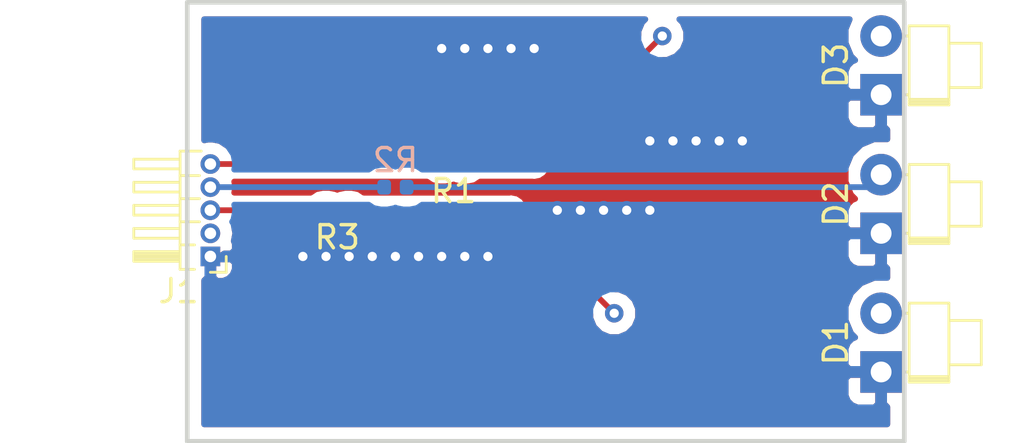
<source format=kicad_pcb>
(kicad_pcb (version 20171130) (host pcbnew 5.0.2+dfsg1-1)

  (general
    (thickness 1.6)
    (drawings 4)
    (tracks 63)
    (zones 0)
    (modules 7)
    (nets 9)
  )

  (page A4)
  (layers
    (0 F.Cu signal)
    (1 In1.Cu signal)
    (2 In2.Cu signal)
    (31 B.Cu signal)
    (32 B.Adhes user)
    (33 F.Adhes user)
    (34 B.Paste user)
    (35 F.Paste user)
    (36 B.SilkS user)
    (37 F.SilkS user)
    (38 B.Mask user)
    (39 F.Mask user)
    (40 Dwgs.User user)
    (41 Cmts.User user)
    (42 Eco1.User user)
    (43 Eco2.User user)
    (44 Edge.Cuts user)
    (45 Margin user)
    (46 B.CrtYd user)
    (47 F.CrtYd user)
    (48 B.Fab user)
    (49 F.Fab user)
  )

  (setup
    (last_trace_width 0.25)
    (trace_clearance 0.2)
    (zone_clearance 0.508)
    (zone_45_only no)
    (trace_min 0.2)
    (segment_width 0.2)
    (edge_width 0.15)
    (via_size 0.8)
    (via_drill 0.4)
    (via_min_size 0.4)
    (via_min_drill 0.3)
    (uvia_size 0.3)
    (uvia_drill 0.1)
    (uvias_allowed no)
    (uvia_min_size 0.2)
    (uvia_min_drill 0.1)
    (pcb_text_width 0.3)
    (pcb_text_size 1.5 1.5)
    (mod_edge_width 0.15)
    (mod_text_size 1 1)
    (mod_text_width 0.15)
    (pad_size 1.524 1.524)
    (pad_drill 0.762)
    (pad_to_mask_clearance 0.051)
    (solder_mask_min_width 0.25)
    (aux_axis_origin 0 0)
    (visible_elements FFFFFF7F)
    (pcbplotparams
      (layerselection 0x010fc_ffffffff)
      (usegerberextensions false)
      (usegerberattributes false)
      (usegerberadvancedattributes false)
      (creategerberjobfile false)
      (excludeedgelayer true)
      (linewidth 0.100000)
      (plotframeref false)
      (viasonmask false)
      (mode 1)
      (useauxorigin false)
      (hpglpennumber 1)
      (hpglpenspeed 20)
      (hpglpendiameter 15.000000)
      (psnegative false)
      (psa4output false)
      (plotreference true)
      (plotvalue true)
      (plotinvisibletext false)
      (padsonsilk false)
      (subtractmaskfromsilk false)
      (outputformat 1)
      (mirror false)
      (drillshape 1)
      (scaleselection 1)
      (outputdirectory ""))
  )

  (net 0 "")
  (net 1 Earth)
  (net 2 "Net-(D1-Pad2)")
  (net 3 "Net-(D2-Pad2)")
  (net 4 "Net-(D3-Pad2)")
  (net 5 "Net-(J1-Pad2)")
  (net 6 "Net-(J1-Pad3)")
  (net 7 "Net-(J1-Pad4)")
  (net 8 "Net-(J1-Pad5)")

  (net_class Default "This is the default net class."
    (clearance 0.2)
    (trace_width 0.25)
    (via_dia 0.8)
    (via_drill 0.4)
    (uvia_dia 0.3)
    (uvia_drill 0.1)
    (add_net Earth)
    (add_net "Net-(D1-Pad2)")
    (add_net "Net-(D2-Pad2)")
    (add_net "Net-(D3-Pad2)")
    (add_net "Net-(J1-Pad2)")
    (add_net "Net-(J1-Pad3)")
    (add_net "Net-(J1-Pad4)")
    (add_net "Net-(J1-Pad5)")
  )

  (module LED_THT:LED_D1.8mm_W1.8mm_H2.4mm_Horizontal_O1.27mm_Z1.6mm (layer F.Cu) (tedit 5880A863) (tstamp 5C549307)
    (at 200 86 90)
    (descr "LED, ,  diameter 1.8mm size 1.8x2.4mm^2 z-position of LED center 1.6mm, 2 pins")
    (tags "LED   diameter 1.8mm size 1.8x2.4mm^2 z-position of LED center 1.6mm 2 pins")
    (path /5C485395)
    (fp_text reference D1 (at 1.27 -1.96 90) (layer F.SilkS)
      (effects (font (size 1 1) (thickness 0.15)))
    )
    (fp_text value LED (at 1.27 5.33 90) (layer F.Fab)
      (effects (font (size 1 1) (thickness 0.15)))
    )
    (fp_line (start -0.38 1.27) (end -0.38 2.87) (layer F.Fab) (width 0.1))
    (fp_line (start -0.38 2.87) (end 2.92 2.87) (layer F.Fab) (width 0.1))
    (fp_line (start 2.92 2.87) (end 2.92 1.27) (layer F.Fab) (width 0.1))
    (fp_line (start 2.92 1.27) (end -0.38 1.27) (layer F.Fab) (width 0.1))
    (fp_line (start 0.37 2.87) (end 0.37 4.27) (layer F.Fab) (width 0.1))
    (fp_line (start 0.37 4.27) (end 2.17 4.27) (layer F.Fab) (width 0.1))
    (fp_line (start 2.17 4.27) (end 2.17 2.87) (layer F.Fab) (width 0.1))
    (fp_line (start 2.17 2.87) (end 0.37 2.87) (layer F.Fab) (width 0.1))
    (fp_line (start 0 0) (end 0 1.27) (layer F.Fab) (width 0.1))
    (fp_line (start 0 1.27) (end 0 1.27) (layer F.Fab) (width 0.1))
    (fp_line (start 0 1.27) (end 0 0) (layer F.Fab) (width 0.1))
    (fp_line (start 0 0) (end 0 0) (layer F.Fab) (width 0.1))
    (fp_line (start 2.54 0) (end 2.54 1.27) (layer F.Fab) (width 0.1))
    (fp_line (start 2.54 1.27) (end 2.54 1.27) (layer F.Fab) (width 0.1))
    (fp_line (start 2.54 1.27) (end 2.54 0) (layer F.Fab) (width 0.1))
    (fp_line (start 2.54 0) (end 2.54 0) (layer F.Fab) (width 0.1))
    (fp_line (start -0.44 1.21) (end -0.44 2.93) (layer F.SilkS) (width 0.12))
    (fp_line (start -0.44 2.93) (end 2.98 2.93) (layer F.SilkS) (width 0.12))
    (fp_line (start 2.98 2.93) (end 2.98 1.21) (layer F.SilkS) (width 0.12))
    (fp_line (start 2.98 1.21) (end -0.44 1.21) (layer F.SilkS) (width 0.12))
    (fp_line (start -0.32 1.21) (end -0.32 2.93) (layer F.SilkS) (width 0.12))
    (fp_line (start -0.2 1.21) (end -0.2 2.93) (layer F.SilkS) (width 0.12))
    (fp_line (start 0.31 2.93) (end 0.31 4.33) (layer F.SilkS) (width 0.12))
    (fp_line (start 0.31 4.33) (end 2.23 4.33) (layer F.SilkS) (width 0.12))
    (fp_line (start 2.23 4.33) (end 2.23 2.93) (layer F.SilkS) (width 0.12))
    (fp_line (start 2.23 2.93) (end 0.31 2.93) (layer F.SilkS) (width 0.12))
    (fp_line (start 0 1.08) (end 0 1.21) (layer F.SilkS) (width 0.12))
    (fp_line (start 0 1.21) (end 0 1.21) (layer F.SilkS) (width 0.12))
    (fp_line (start 0 1.21) (end 0 1.08) (layer F.SilkS) (width 0.12))
    (fp_line (start 0 1.08) (end 0 1.08) (layer F.SilkS) (width 0.12))
    (fp_line (start 2.54 1.08) (end 2.54 1.21) (layer F.SilkS) (width 0.12))
    (fp_line (start 2.54 1.21) (end 2.54 1.21) (layer F.SilkS) (width 0.12))
    (fp_line (start 2.54 1.21) (end 2.54 1.08) (layer F.SilkS) (width 0.12))
    (fp_line (start 2.54 1.08) (end 2.54 1.08) (layer F.SilkS) (width 0.12))
    (fp_line (start -1.25 -1.25) (end -1.25 4.6) (layer F.CrtYd) (width 0.05))
    (fp_line (start -1.25 4.6) (end 3.75 4.6) (layer F.CrtYd) (width 0.05))
    (fp_line (start 3.75 4.6) (end 3.75 -1.25) (layer F.CrtYd) (width 0.05))
    (fp_line (start 3.75 -1.25) (end -1.25 -1.25) (layer F.CrtYd) (width 0.05))
    (pad 1 thru_hole rect (at 0 0 90) (size 1.8 1.8) (drill 0.9) (layers *.Cu *.Mask)
      (net 1 Earth))
    (pad 2 thru_hole circle (at 2.54 0 90) (size 1.8 1.8) (drill 0.9) (layers *.Cu *.Mask)
      (net 2 "Net-(D1-Pad2)"))
    (model ${KISYS3DMOD}/LED_THT.3dshapes/LED_D1.8mm_W1.8mm_H2.4mm_Horizontal_O1.27mm_Z1.6mm.wrl
      (at (xyz 0 0 0))
      (scale (xyz 1 1 1))
      (rotate (xyz 0 0 0))
    )
  )

  (module LED_THT:LED_D1.8mm_W1.8mm_H2.4mm_Horizontal_O1.27mm_Z1.6mm (layer F.Cu) (tedit 5880A863) (tstamp 5C549333)
    (at 200 80 90)
    (descr "LED, ,  diameter 1.8mm size 1.8x2.4mm^2 z-position of LED center 1.6mm, 2 pins")
    (tags "LED   diameter 1.8mm size 1.8x2.4mm^2 z-position of LED center 1.6mm 2 pins")
    (path /5C485410)
    (fp_text reference D2 (at 1.27 -1.96 90) (layer F.SilkS)
      (effects (font (size 1 1) (thickness 0.15)))
    )
    (fp_text value LED (at 1.27 5.33 90) (layer F.Fab)
      (effects (font (size 1 1) (thickness 0.15)))
    )
    (fp_line (start 3.75 -1.25) (end -1.25 -1.25) (layer F.CrtYd) (width 0.05))
    (fp_line (start 3.75 4.6) (end 3.75 -1.25) (layer F.CrtYd) (width 0.05))
    (fp_line (start -1.25 4.6) (end 3.75 4.6) (layer F.CrtYd) (width 0.05))
    (fp_line (start -1.25 -1.25) (end -1.25 4.6) (layer F.CrtYd) (width 0.05))
    (fp_line (start 2.54 1.08) (end 2.54 1.08) (layer F.SilkS) (width 0.12))
    (fp_line (start 2.54 1.21) (end 2.54 1.08) (layer F.SilkS) (width 0.12))
    (fp_line (start 2.54 1.21) (end 2.54 1.21) (layer F.SilkS) (width 0.12))
    (fp_line (start 2.54 1.08) (end 2.54 1.21) (layer F.SilkS) (width 0.12))
    (fp_line (start 0 1.08) (end 0 1.08) (layer F.SilkS) (width 0.12))
    (fp_line (start 0 1.21) (end 0 1.08) (layer F.SilkS) (width 0.12))
    (fp_line (start 0 1.21) (end 0 1.21) (layer F.SilkS) (width 0.12))
    (fp_line (start 0 1.08) (end 0 1.21) (layer F.SilkS) (width 0.12))
    (fp_line (start 2.23 2.93) (end 0.31 2.93) (layer F.SilkS) (width 0.12))
    (fp_line (start 2.23 4.33) (end 2.23 2.93) (layer F.SilkS) (width 0.12))
    (fp_line (start 0.31 4.33) (end 2.23 4.33) (layer F.SilkS) (width 0.12))
    (fp_line (start 0.31 2.93) (end 0.31 4.33) (layer F.SilkS) (width 0.12))
    (fp_line (start -0.2 1.21) (end -0.2 2.93) (layer F.SilkS) (width 0.12))
    (fp_line (start -0.32 1.21) (end -0.32 2.93) (layer F.SilkS) (width 0.12))
    (fp_line (start 2.98 1.21) (end -0.44 1.21) (layer F.SilkS) (width 0.12))
    (fp_line (start 2.98 2.93) (end 2.98 1.21) (layer F.SilkS) (width 0.12))
    (fp_line (start -0.44 2.93) (end 2.98 2.93) (layer F.SilkS) (width 0.12))
    (fp_line (start -0.44 1.21) (end -0.44 2.93) (layer F.SilkS) (width 0.12))
    (fp_line (start 2.54 0) (end 2.54 0) (layer F.Fab) (width 0.1))
    (fp_line (start 2.54 1.27) (end 2.54 0) (layer F.Fab) (width 0.1))
    (fp_line (start 2.54 1.27) (end 2.54 1.27) (layer F.Fab) (width 0.1))
    (fp_line (start 2.54 0) (end 2.54 1.27) (layer F.Fab) (width 0.1))
    (fp_line (start 0 0) (end 0 0) (layer F.Fab) (width 0.1))
    (fp_line (start 0 1.27) (end 0 0) (layer F.Fab) (width 0.1))
    (fp_line (start 0 1.27) (end 0 1.27) (layer F.Fab) (width 0.1))
    (fp_line (start 0 0) (end 0 1.27) (layer F.Fab) (width 0.1))
    (fp_line (start 2.17 2.87) (end 0.37 2.87) (layer F.Fab) (width 0.1))
    (fp_line (start 2.17 4.27) (end 2.17 2.87) (layer F.Fab) (width 0.1))
    (fp_line (start 0.37 4.27) (end 2.17 4.27) (layer F.Fab) (width 0.1))
    (fp_line (start 0.37 2.87) (end 0.37 4.27) (layer F.Fab) (width 0.1))
    (fp_line (start 2.92 1.27) (end -0.38 1.27) (layer F.Fab) (width 0.1))
    (fp_line (start 2.92 2.87) (end 2.92 1.27) (layer F.Fab) (width 0.1))
    (fp_line (start -0.38 2.87) (end 2.92 2.87) (layer F.Fab) (width 0.1))
    (fp_line (start -0.38 1.27) (end -0.38 2.87) (layer F.Fab) (width 0.1))
    (pad 2 thru_hole circle (at 2.54 0 90) (size 1.8 1.8) (drill 0.9) (layers *.Cu *.Mask)
      (net 3 "Net-(D2-Pad2)"))
    (pad 1 thru_hole rect (at 0 0 90) (size 1.8 1.8) (drill 0.9) (layers *.Cu *.Mask)
      (net 1 Earth))
    (model ${KISYS3DMOD}/LED_THT.3dshapes/LED_D1.8mm_W1.8mm_H2.4mm_Horizontal_O1.27mm_Z1.6mm.wrl
      (at (xyz 0 0 0))
      (scale (xyz 1 1 1))
      (rotate (xyz 0 0 0))
    )
  )

  (module LED_THT:LED_D1.8mm_W1.8mm_H2.4mm_Horizontal_O1.27mm_Z1.6mm (layer F.Cu) (tedit 5880A863) (tstamp 5C54935F)
    (at 200 74 90)
    (descr "LED, ,  diameter 1.8mm size 1.8x2.4mm^2 z-position of LED center 1.6mm, 2 pins")
    (tags "LED   diameter 1.8mm size 1.8x2.4mm^2 z-position of LED center 1.6mm 2 pins")
    (path /5C485467)
    (fp_text reference D3 (at 1.27 -1.96 90) (layer F.SilkS)
      (effects (font (size 1 1) (thickness 0.15)))
    )
    (fp_text value LED (at 1.27 5.33 90) (layer F.Fab)
      (effects (font (size 1 1) (thickness 0.15)))
    )
    (fp_line (start -0.38 1.27) (end -0.38 2.87) (layer F.Fab) (width 0.1))
    (fp_line (start -0.38 2.87) (end 2.92 2.87) (layer F.Fab) (width 0.1))
    (fp_line (start 2.92 2.87) (end 2.92 1.27) (layer F.Fab) (width 0.1))
    (fp_line (start 2.92 1.27) (end -0.38 1.27) (layer F.Fab) (width 0.1))
    (fp_line (start 0.37 2.87) (end 0.37 4.27) (layer F.Fab) (width 0.1))
    (fp_line (start 0.37 4.27) (end 2.17 4.27) (layer F.Fab) (width 0.1))
    (fp_line (start 2.17 4.27) (end 2.17 2.87) (layer F.Fab) (width 0.1))
    (fp_line (start 2.17 2.87) (end 0.37 2.87) (layer F.Fab) (width 0.1))
    (fp_line (start 0 0) (end 0 1.27) (layer F.Fab) (width 0.1))
    (fp_line (start 0 1.27) (end 0 1.27) (layer F.Fab) (width 0.1))
    (fp_line (start 0 1.27) (end 0 0) (layer F.Fab) (width 0.1))
    (fp_line (start 0 0) (end 0 0) (layer F.Fab) (width 0.1))
    (fp_line (start 2.54 0) (end 2.54 1.27) (layer F.Fab) (width 0.1))
    (fp_line (start 2.54 1.27) (end 2.54 1.27) (layer F.Fab) (width 0.1))
    (fp_line (start 2.54 1.27) (end 2.54 0) (layer F.Fab) (width 0.1))
    (fp_line (start 2.54 0) (end 2.54 0) (layer F.Fab) (width 0.1))
    (fp_line (start -0.44 1.21) (end -0.44 2.93) (layer F.SilkS) (width 0.12))
    (fp_line (start -0.44 2.93) (end 2.98 2.93) (layer F.SilkS) (width 0.12))
    (fp_line (start 2.98 2.93) (end 2.98 1.21) (layer F.SilkS) (width 0.12))
    (fp_line (start 2.98 1.21) (end -0.44 1.21) (layer F.SilkS) (width 0.12))
    (fp_line (start -0.32 1.21) (end -0.32 2.93) (layer F.SilkS) (width 0.12))
    (fp_line (start -0.2 1.21) (end -0.2 2.93) (layer F.SilkS) (width 0.12))
    (fp_line (start 0.31 2.93) (end 0.31 4.33) (layer F.SilkS) (width 0.12))
    (fp_line (start 0.31 4.33) (end 2.23 4.33) (layer F.SilkS) (width 0.12))
    (fp_line (start 2.23 4.33) (end 2.23 2.93) (layer F.SilkS) (width 0.12))
    (fp_line (start 2.23 2.93) (end 0.31 2.93) (layer F.SilkS) (width 0.12))
    (fp_line (start 0 1.08) (end 0 1.21) (layer F.SilkS) (width 0.12))
    (fp_line (start 0 1.21) (end 0 1.21) (layer F.SilkS) (width 0.12))
    (fp_line (start 0 1.21) (end 0 1.08) (layer F.SilkS) (width 0.12))
    (fp_line (start 0 1.08) (end 0 1.08) (layer F.SilkS) (width 0.12))
    (fp_line (start 2.54 1.08) (end 2.54 1.21) (layer F.SilkS) (width 0.12))
    (fp_line (start 2.54 1.21) (end 2.54 1.21) (layer F.SilkS) (width 0.12))
    (fp_line (start 2.54 1.21) (end 2.54 1.08) (layer F.SilkS) (width 0.12))
    (fp_line (start 2.54 1.08) (end 2.54 1.08) (layer F.SilkS) (width 0.12))
    (fp_line (start -1.25 -1.25) (end -1.25 4.6) (layer F.CrtYd) (width 0.05))
    (fp_line (start -1.25 4.6) (end 3.75 4.6) (layer F.CrtYd) (width 0.05))
    (fp_line (start 3.75 4.6) (end 3.75 -1.25) (layer F.CrtYd) (width 0.05))
    (fp_line (start 3.75 -1.25) (end -1.25 -1.25) (layer F.CrtYd) (width 0.05))
    (pad 1 thru_hole rect (at 0 0 90) (size 1.8 1.8) (drill 0.9) (layers *.Cu *.Mask)
      (net 1 Earth))
    (pad 2 thru_hole circle (at 2.54 0 90) (size 1.8 1.8) (drill 0.9) (layers *.Cu *.Mask)
      (net 4 "Net-(D3-Pad2)"))
    (model ${KISYS3DMOD}/LED_THT.3dshapes/LED_D1.8mm_W1.8mm_H2.4mm_Horizontal_O1.27mm_Z1.6mm.wrl
      (at (xyz 0 0 0))
      (scale (xyz 1 1 1))
      (rotate (xyz 0 0 0))
    )
  )

  (module Connector_PinHeader_1.00mm:PinHeader_1x05_P1.00mm_Horizontal (layer F.Cu) (tedit 59FED737) (tstamp 5C5493AB)
    (at 171 81 180)
    (descr "Through hole angled pin header, 1x05, 1.00mm pitch, 2.0mm pin length, single row")
    (tags "Through hole angled pin header THT 1x05 1.00mm single row")
    (path /5C48560E)
    (fp_text reference J1 (at 1.375 -1.5 180) (layer F.SilkS)
      (effects (font (size 1 1) (thickness 0.15)))
    )
    (fp_text value Conn_01x05_Female (at 1.375 5.5 180) (layer F.Fab)
      (effects (font (size 1 1) (thickness 0.15)))
    )
    (fp_line (start 0.5 -0.5) (end 1.25 -0.5) (layer F.Fab) (width 0.1))
    (fp_line (start 1.25 -0.5) (end 1.25 4.5) (layer F.Fab) (width 0.1))
    (fp_line (start 1.25 4.5) (end 0.25 4.5) (layer F.Fab) (width 0.1))
    (fp_line (start 0.25 4.5) (end 0.25 -0.25) (layer F.Fab) (width 0.1))
    (fp_line (start 0.25 -0.25) (end 0.5 -0.5) (layer F.Fab) (width 0.1))
    (fp_line (start -0.15 -0.15) (end 0.25 -0.15) (layer F.Fab) (width 0.1))
    (fp_line (start -0.15 -0.15) (end -0.15 0.15) (layer F.Fab) (width 0.1))
    (fp_line (start -0.15 0.15) (end 0.25 0.15) (layer F.Fab) (width 0.1))
    (fp_line (start 1.25 -0.15) (end 3.25 -0.15) (layer F.Fab) (width 0.1))
    (fp_line (start 3.25 -0.15) (end 3.25 0.15) (layer F.Fab) (width 0.1))
    (fp_line (start 1.25 0.15) (end 3.25 0.15) (layer F.Fab) (width 0.1))
    (fp_line (start -0.15 0.85) (end 0.25 0.85) (layer F.Fab) (width 0.1))
    (fp_line (start -0.15 0.85) (end -0.15 1.15) (layer F.Fab) (width 0.1))
    (fp_line (start -0.15 1.15) (end 0.25 1.15) (layer F.Fab) (width 0.1))
    (fp_line (start 1.25 0.85) (end 3.25 0.85) (layer F.Fab) (width 0.1))
    (fp_line (start 3.25 0.85) (end 3.25 1.15) (layer F.Fab) (width 0.1))
    (fp_line (start 1.25 1.15) (end 3.25 1.15) (layer F.Fab) (width 0.1))
    (fp_line (start -0.15 1.85) (end 0.25 1.85) (layer F.Fab) (width 0.1))
    (fp_line (start -0.15 1.85) (end -0.15 2.15) (layer F.Fab) (width 0.1))
    (fp_line (start -0.15 2.15) (end 0.25 2.15) (layer F.Fab) (width 0.1))
    (fp_line (start 1.25 1.85) (end 3.25 1.85) (layer F.Fab) (width 0.1))
    (fp_line (start 3.25 1.85) (end 3.25 2.15) (layer F.Fab) (width 0.1))
    (fp_line (start 1.25 2.15) (end 3.25 2.15) (layer F.Fab) (width 0.1))
    (fp_line (start -0.15 2.85) (end 0.25 2.85) (layer F.Fab) (width 0.1))
    (fp_line (start -0.15 2.85) (end -0.15 3.15) (layer F.Fab) (width 0.1))
    (fp_line (start -0.15 3.15) (end 0.25 3.15) (layer F.Fab) (width 0.1))
    (fp_line (start 1.25 2.85) (end 3.25 2.85) (layer F.Fab) (width 0.1))
    (fp_line (start 3.25 2.85) (end 3.25 3.15) (layer F.Fab) (width 0.1))
    (fp_line (start 1.25 3.15) (end 3.25 3.15) (layer F.Fab) (width 0.1))
    (fp_line (start -0.15 3.85) (end 0.25 3.85) (layer F.Fab) (width 0.1))
    (fp_line (start -0.15 3.85) (end -0.15 4.15) (layer F.Fab) (width 0.1))
    (fp_line (start -0.15 4.15) (end 0.25 4.15) (layer F.Fab) (width 0.1))
    (fp_line (start 1.25 3.85) (end 3.25 3.85) (layer F.Fab) (width 0.1))
    (fp_line (start 3.25 3.85) (end 3.25 4.15) (layer F.Fab) (width 0.1))
    (fp_line (start 1.25 4.15) (end 3.25 4.15) (layer F.Fab) (width 0.1))
    (fp_line (start 0.685 -0.56) (end 1.31 -0.56) (layer F.SilkS) (width 0.12))
    (fp_line (start 1.31 -0.56) (end 1.31 4.56) (layer F.SilkS) (width 0.12))
    (fp_line (start 1.31 4.56) (end 0.394493 4.56) (layer F.SilkS) (width 0.12))
    (fp_line (start 1.31 -0.21) (end 3.31 -0.21) (layer F.SilkS) (width 0.12))
    (fp_line (start 3.31 -0.21) (end 3.31 0.21) (layer F.SilkS) (width 0.12))
    (fp_line (start 3.31 0.21) (end 1.31 0.21) (layer F.SilkS) (width 0.12))
    (fp_line (start 1.31 -0.15) (end 3.31 -0.15) (layer F.SilkS) (width 0.12))
    (fp_line (start 1.31 -0.03) (end 3.31 -0.03) (layer F.SilkS) (width 0.12))
    (fp_line (start 1.31 0.09) (end 3.31 0.09) (layer F.SilkS) (width 0.12))
    (fp_line (start 0.685 0.5) (end 1.31 0.5) (layer F.SilkS) (width 0.12))
    (fp_line (start 1.31 0.79) (end 3.31 0.79) (layer F.SilkS) (width 0.12))
    (fp_line (start 3.31 0.79) (end 3.31 1.21) (layer F.SilkS) (width 0.12))
    (fp_line (start 3.31 1.21) (end 1.31 1.21) (layer F.SilkS) (width 0.12))
    (fp_line (start 0.468215 1.5) (end 1.31 1.5) (layer F.SilkS) (width 0.12))
    (fp_line (start 1.31 1.79) (end 3.31 1.79) (layer F.SilkS) (width 0.12))
    (fp_line (start 3.31 1.79) (end 3.31 2.21) (layer F.SilkS) (width 0.12))
    (fp_line (start 3.31 2.21) (end 1.31 2.21) (layer F.SilkS) (width 0.12))
    (fp_line (start 0.468215 2.5) (end 1.31 2.5) (layer F.SilkS) (width 0.12))
    (fp_line (start 1.31 2.79) (end 3.31 2.79) (layer F.SilkS) (width 0.12))
    (fp_line (start 3.31 2.79) (end 3.31 3.21) (layer F.SilkS) (width 0.12))
    (fp_line (start 3.31 3.21) (end 1.31 3.21) (layer F.SilkS) (width 0.12))
    (fp_line (start 0.468215 3.5) (end 1.31 3.5) (layer F.SilkS) (width 0.12))
    (fp_line (start 1.31 3.79) (end 3.31 3.79) (layer F.SilkS) (width 0.12))
    (fp_line (start 3.31 3.79) (end 3.31 4.21) (layer F.SilkS) (width 0.12))
    (fp_line (start 3.31 4.21) (end 1.31 4.21) (layer F.SilkS) (width 0.12))
    (fp_line (start -0.685 0) (end -0.685 -0.685) (layer F.SilkS) (width 0.12))
    (fp_line (start -0.685 -0.685) (end 0 -0.685) (layer F.SilkS) (width 0.12))
    (fp_line (start -1 -1) (end -1 5) (layer F.CrtYd) (width 0.05))
    (fp_line (start -1 5) (end 3.75 5) (layer F.CrtYd) (width 0.05))
    (fp_line (start 3.75 5) (end 3.75 -1) (layer F.CrtYd) (width 0.05))
    (fp_line (start 3.75 -1) (end -1 -1) (layer F.CrtYd) (width 0.05))
    (fp_text user %R (at 0.75 2 270) (layer F.Fab)
      (effects (font (size 0.6 0.6) (thickness 0.09)))
    )
    (pad 1 thru_hole rect (at 0 0 180) (size 0.85 0.85) (drill 0.5) (layers *.Cu *.Mask)
      (net 1 Earth))
    (pad 2 thru_hole oval (at 0 1 180) (size 0.85 0.85) (drill 0.5) (layers *.Cu *.Mask)
      (net 5 "Net-(J1-Pad2)"))
    (pad 3 thru_hole oval (at 0 2 180) (size 0.85 0.85) (drill 0.5) (layers *.Cu *.Mask)
      (net 6 "Net-(J1-Pad3)"))
    (pad 4 thru_hole oval (at 0 3 180) (size 0.85 0.85) (drill 0.5) (layers *.Cu *.Mask)
      (net 7 "Net-(J1-Pad4)"))
    (pad 5 thru_hole oval (at 0 4 180) (size 0.85 0.85) (drill 0.5) (layers *.Cu *.Mask)
      (net 8 "Net-(J1-Pad5)"))
    (model ${KISYS3DMOD}/Connector_PinHeader_1.00mm.3dshapes/PinHeader_1x05_P1.00mm_Horizontal.wrl
      (at (xyz 0 0 0))
      (scale (xyz 1 1 1))
      (rotate (xyz 0 0 0))
    )
  )

  (module Resistor_SMD:R_0402_1005Metric (layer F.Cu) (tedit 5B301BBD) (tstamp 5C5493BA)
    (at 181.515 77 180)
    (descr "Resistor SMD 0402 (1005 Metric), square (rectangular) end terminal, IPC_7351 nominal, (Body size source: http://www.tortai-tech.com/upload/download/2011102023233369053.pdf), generated with kicad-footprint-generator")
    (tags resistor)
    (path /5C485A82)
    (attr smd)
    (fp_text reference R1 (at 0 -1.17 180) (layer F.SilkS)
      (effects (font (size 1 1) (thickness 0.15)))
    )
    (fp_text value R_Small (at 0 1.17 180) (layer F.Fab)
      (effects (font (size 1 1) (thickness 0.15)))
    )
    (fp_line (start -0.5 0.25) (end -0.5 -0.25) (layer F.Fab) (width 0.1))
    (fp_line (start -0.5 -0.25) (end 0.5 -0.25) (layer F.Fab) (width 0.1))
    (fp_line (start 0.5 -0.25) (end 0.5 0.25) (layer F.Fab) (width 0.1))
    (fp_line (start 0.5 0.25) (end -0.5 0.25) (layer F.Fab) (width 0.1))
    (fp_line (start -0.93 0.47) (end -0.93 -0.47) (layer F.CrtYd) (width 0.05))
    (fp_line (start -0.93 -0.47) (end 0.93 -0.47) (layer F.CrtYd) (width 0.05))
    (fp_line (start 0.93 -0.47) (end 0.93 0.47) (layer F.CrtYd) (width 0.05))
    (fp_line (start 0.93 0.47) (end -0.93 0.47) (layer F.CrtYd) (width 0.05))
    (fp_text user %R (at 0 0 180) (layer F.Fab)
      (effects (font (size 0.25 0.25) (thickness 0.04)))
    )
    (pad 1 smd roundrect (at -0.485 0 180) (size 0.59 0.64) (layers F.Cu F.Paste F.Mask) (roundrect_rratio 0.25)
      (net 4 "Net-(D3-Pad2)"))
    (pad 2 smd roundrect (at 0.485 0 180) (size 0.59 0.64) (layers F.Cu F.Paste F.Mask) (roundrect_rratio 0.25)
      (net 8 "Net-(J1-Pad5)"))
    (model ${KISYS3DMOD}/Resistor_SMD.3dshapes/R_0402_1005Metric.wrl
      (at (xyz 0 0 0))
      (scale (xyz 1 1 1))
      (rotate (xyz 0 0 0))
    )
  )

  (module Resistor_SMD:R_0402_1005Metric (layer B.Cu) (tedit 5B301BBD) (tstamp 5C5493C9)
    (at 179 78 180)
    (descr "Resistor SMD 0402 (1005 Metric), square (rectangular) end terminal, IPC_7351 nominal, (Body size source: http://www.tortai-tech.com/upload/download/2011102023233369053.pdf), generated with kicad-footprint-generator")
    (tags resistor)
    (path /5C485AFE)
    (attr smd)
    (fp_text reference R2 (at 0 1.17 180) (layer B.SilkS)
      (effects (font (size 1 1) (thickness 0.15)) (justify mirror))
    )
    (fp_text value R_Small (at 0 -1.17 180) (layer B.Fab)
      (effects (font (size 1 1) (thickness 0.15)) (justify mirror))
    )
    (fp_text user %R (at 0 0 180) (layer B.Fab)
      (effects (font (size 0.25 0.25) (thickness 0.04)) (justify mirror))
    )
    (fp_line (start 0.93 -0.47) (end -0.93 -0.47) (layer B.CrtYd) (width 0.05))
    (fp_line (start 0.93 0.47) (end 0.93 -0.47) (layer B.CrtYd) (width 0.05))
    (fp_line (start -0.93 0.47) (end 0.93 0.47) (layer B.CrtYd) (width 0.05))
    (fp_line (start -0.93 -0.47) (end -0.93 0.47) (layer B.CrtYd) (width 0.05))
    (fp_line (start 0.5 -0.25) (end -0.5 -0.25) (layer B.Fab) (width 0.1))
    (fp_line (start 0.5 0.25) (end 0.5 -0.25) (layer B.Fab) (width 0.1))
    (fp_line (start -0.5 0.25) (end 0.5 0.25) (layer B.Fab) (width 0.1))
    (fp_line (start -0.5 -0.25) (end -0.5 0.25) (layer B.Fab) (width 0.1))
    (pad 2 smd roundrect (at 0.485 0 180) (size 0.59 0.64) (layers B.Cu B.Paste B.Mask) (roundrect_rratio 0.25)
      (net 7 "Net-(J1-Pad4)"))
    (pad 1 smd roundrect (at -0.485 0 180) (size 0.59 0.64) (layers B.Cu B.Paste B.Mask) (roundrect_rratio 0.25)
      (net 3 "Net-(D2-Pad2)"))
    (model ${KISYS3DMOD}/Resistor_SMD.3dshapes/R_0402_1005Metric.wrl
      (at (xyz 0 0 0))
      (scale (xyz 1 1 1))
      (rotate (xyz 0 0 0))
    )
  )

  (module Resistor_SMD:R_0402_1005Metric (layer F.Cu) (tedit 5B301BBD) (tstamp 5C5493D8)
    (at 176.485 79 180)
    (descr "Resistor SMD 0402 (1005 Metric), square (rectangular) end terminal, IPC_7351 nominal, (Body size source: http://www.tortai-tech.com/upload/download/2011102023233369053.pdf), generated with kicad-footprint-generator")
    (tags resistor)
    (path /5C485B36)
    (attr smd)
    (fp_text reference R3 (at 0 -1.17 180) (layer F.SilkS)
      (effects (font (size 1 1) (thickness 0.15)))
    )
    (fp_text value R_Small (at 0 1.17 180) (layer F.Fab)
      (effects (font (size 1 1) (thickness 0.15)))
    )
    (fp_line (start -0.5 0.25) (end -0.5 -0.25) (layer F.Fab) (width 0.1))
    (fp_line (start -0.5 -0.25) (end 0.5 -0.25) (layer F.Fab) (width 0.1))
    (fp_line (start 0.5 -0.25) (end 0.5 0.25) (layer F.Fab) (width 0.1))
    (fp_line (start 0.5 0.25) (end -0.5 0.25) (layer F.Fab) (width 0.1))
    (fp_line (start -0.93 0.47) (end -0.93 -0.47) (layer F.CrtYd) (width 0.05))
    (fp_line (start -0.93 -0.47) (end 0.93 -0.47) (layer F.CrtYd) (width 0.05))
    (fp_line (start 0.93 -0.47) (end 0.93 0.47) (layer F.CrtYd) (width 0.05))
    (fp_line (start 0.93 0.47) (end -0.93 0.47) (layer F.CrtYd) (width 0.05))
    (fp_text user %R (at 0 0 180) (layer F.Fab)
      (effects (font (size 0.25 0.25) (thickness 0.04)))
    )
    (pad 1 smd roundrect (at -0.485 0 180) (size 0.59 0.64) (layers F.Cu F.Paste F.Mask) (roundrect_rratio 0.25)
      (net 2 "Net-(D1-Pad2)"))
    (pad 2 smd roundrect (at 0.485 0 180) (size 0.59 0.64) (layers F.Cu F.Paste F.Mask) (roundrect_rratio 0.25)
      (net 6 "Net-(J1-Pad3)"))
    (model ${KISYS3DMOD}/Resistor_SMD.3dshapes/R_0402_1005Metric.wrl
      (at (xyz 0 0 0))
      (scale (xyz 1 1 1))
      (rotate (xyz 0 0 0))
    )
  )

  (gr_line (start 201 70) (end 170 70) (layer Edge.Cuts) (width 0.2))
  (gr_line (start 201 89) (end 201 70) (layer Edge.Cuts) (width 0.2))
  (gr_line (start 170 89) (end 201 89) (layer Edge.Cuts) (width 0.2))
  (gr_line (start 170 70) (end 170 89) (layer Edge.Cuts) (width 0.2))

  (via (at 175 81) (size 0.8) (drill 0.4) (layers F.Cu B.Cu) (net 1))
  (segment (start 171 81) (end 175 81) (width 0.25) (layer F.Cu) (net 1))
  (via (at 176 81) (size 0.8) (drill 0.4) (layers F.Cu B.Cu) (net 1))
  (segment (start 175 81) (end 176 81) (width 0.25) (layer B.Cu) (net 1))
  (via (at 177 81) (size 0.8) (drill 0.4) (layers F.Cu B.Cu) (net 1))
  (segment (start 176 81) (end 177 81) (width 0.25) (layer F.Cu) (net 1))
  (via (at 178 81) (size 0.8) (drill 0.4) (layers F.Cu B.Cu) (net 1))
  (segment (start 177 81) (end 178 81) (width 0.25) (layer B.Cu) (net 1))
  (via (at 179 81) (size 0.8) (drill 0.4) (layers F.Cu B.Cu) (net 1))
  (segment (start 178 81) (end 179 81) (width 0.25) (layer F.Cu) (net 1))
  (via (at 180 81) (size 0.8) (drill 0.4) (layers F.Cu B.Cu) (net 1))
  (segment (start 179 81) (end 180 81) (width 0.25) (layer B.Cu) (net 1))
  (via (at 181 81) (size 0.8) (drill 0.4) (layers F.Cu B.Cu) (net 1))
  (segment (start 180 81) (end 181 81) (width 0.25) (layer F.Cu) (net 1))
  (via (at 182 81) (size 0.8) (drill 0.4) (layers F.Cu B.Cu) (net 1))
  (segment (start 181 81) (end 182 81) (width 0.25) (layer B.Cu) (net 1))
  (via (at 183 81) (size 0.8) (drill 0.4) (layers F.Cu B.Cu) (net 1))
  (segment (start 182 81) (end 183 81) (width 0.25) (layer F.Cu) (net 1))
  (via (at 186 79) (size 0.8) (drill 0.4) (layers F.Cu B.Cu) (net 1))
  (segment (start 183 81) (end 184 81) (width 0.25) (layer B.Cu) (net 1))
  (segment (start 184 81) (end 186 79) (width 0.25) (layer B.Cu) (net 1))
  (via (at 187 79) (size 0.8) (drill 0.4) (layers F.Cu B.Cu) (net 1))
  (segment (start 186 79) (end 187 79) (width 0.25) (layer F.Cu) (net 1))
  (via (at 188 79) (size 0.8) (drill 0.4) (layers F.Cu B.Cu) (net 1))
  (segment (start 187 79) (end 188 79) (width 0.25) (layer B.Cu) (net 1))
  (via (at 189 79) (size 0.8) (drill 0.4) (layers F.Cu B.Cu) (net 1))
  (segment (start 188 79) (end 189 79) (width 0.25) (layer F.Cu) (net 1))
  (via (at 190 79) (size 0.8) (drill 0.4) (layers F.Cu B.Cu) (net 1))
  (segment (start 189 79) (end 190 79) (width 0.25) (layer B.Cu) (net 1))
  (via (at 190 76) (size 0.8) (drill 0.4) (layers F.Cu B.Cu) (net 1))
  (segment (start 190 79) (end 190 76) (width 0.25) (layer F.Cu) (net 1))
  (via (at 191 76) (size 0.8) (drill 0.4) (layers F.Cu B.Cu) (net 1))
  (segment (start 190 76) (end 191 76) (width 0.25) (layer B.Cu) (net 1))
  (via (at 192 76) (size 0.8) (drill 0.4) (layers F.Cu B.Cu) (net 1))
  (segment (start 191 76) (end 192 76) (width 0.25) (layer F.Cu) (net 1))
  (via (at 193 76) (size 0.8) (drill 0.4) (layers F.Cu B.Cu) (net 1))
  (segment (start 192 76) (end 193 76) (width 0.25) (layer B.Cu) (net 1))
  (via (at 194 76) (size 0.8) (drill 0.4) (layers F.Cu B.Cu) (net 1))
  (segment (start 193 76) (end 194 76) (width 0.25) (layer F.Cu) (net 1))
  (via (at 185 72) (size 0.8) (drill 0.4) (layers F.Cu B.Cu) (net 1))
  (segment (start 194 76) (end 189 76) (width 0.25) (layer B.Cu) (net 1))
  (segment (start 189 76) (end 185 72) (width 0.25) (layer B.Cu) (net 1))
  (via (at 184 72) (size 0.8) (drill 0.4) (layers F.Cu B.Cu) (net 1))
  (segment (start 185 72) (end 184 72) (width 0.25) (layer F.Cu) (net 1))
  (via (at 183 72) (size 0.8) (drill 0.4) (layers F.Cu B.Cu) (net 1))
  (segment (start 184 72) (end 183 72) (width 0.25) (layer B.Cu) (net 1))
  (via (at 182 72) (size 0.8) (drill 0.4) (layers F.Cu B.Cu) (net 1))
  (segment (start 183 72) (end 182 72) (width 0.25) (layer F.Cu) (net 1))
  (via (at 181 72) (size 0.8) (drill 0.4) (layers F.Cu B.Cu) (net 1))
  (segment (start 182 72) (end 181 72) (width 0.25) (layer B.Cu) (net 1))
  (segment (start 176.97 79) (end 184 79) (width 0.25) (layer F.Cu) (net 2))
  (segment (start 184 79) (end 188.46 83.46) (width 0.25) (layer F.Cu) (net 2))
  (via (at 188.46 83.46) (size 0.8) (drill 0.4) (layers F.Cu B.Cu) (net 2))
  (segment (start 188.46 83.46) (end 200 83.46) (width 0.25) (layer In2.Cu) (net 2))
  (segment (start 199.46 78) (end 200 77.46) (width 0.25) (layer B.Cu) (net 3))
  (segment (start 179.485 78) (end 199.46 78) (width 0.25) (layer B.Cu) (net 3))
  (segment (start 182 77) (end 185 77) (width 0.25) (layer F.Cu) (net 4))
  (segment (start 185 77) (end 190.54 71.46) (width 0.25) (layer F.Cu) (net 4))
  (via (at 190.54 71.46) (size 0.8) (drill 0.4) (layers F.Cu B.Cu) (net 4))
  (segment (start 190.54 71.46) (end 200 71.46) (width 0.25) (layer In1.Cu) (net 4))
  (segment (start 171 79) (end 176 79) (width 0.25) (layer F.Cu) (net 6))
  (segment (start 171 78) (end 178.515 78) (width 0.25) (layer B.Cu) (net 7))
  (segment (start 171 77) (end 181 77) (width 0.25) (layer F.Cu) (net 8))

  (zone (net 1) (net_name Earth) (layer B.Cu) (tstamp 0) (hatch edge 0.508)
    (connect_pads (clearance 0.508))
    (min_thickness 0.254)
    (fill yes (arc_segments 16) (thermal_gap 0.508) (thermal_bridge_width 0.508))
    (polygon
      (pts
        (xy 170 70) (xy 170 89) (xy 201 89) (xy 201 70)
      )
    )
    (filled_polygon
      (pts
        (xy 178.06329 78.906929) (xy 178.3675 78.96744) (xy 178.6625 78.96744) (xy 178.96671 78.906929) (xy 179 78.884685)
        (xy 179.03329 78.906929) (xy 179.3375 78.96744) (xy 179.6325 78.96744) (xy 179.93671 78.906929) (xy 180.156604 78.76)
        (xy 198.553514 78.76) (xy 198.465 78.973691) (xy 198.465 79.71425) (xy 198.62375 79.873) (xy 199.873 79.873)
        (xy 199.873 79.853) (xy 200.127 79.853) (xy 200.127 79.873) (xy 200.147 79.873) (xy 200.147 80.127)
        (xy 200.127 80.127) (xy 200.127 81.37625) (xy 200.265 81.51425) (xy 200.265 81.925) (xy 199.69467 81.925)
        (xy 199.130493 82.15869) (xy 198.69869 82.590493) (xy 198.465 83.15467) (xy 198.465 83.76533) (xy 198.69869 84.329507)
        (xy 198.875044 84.505861) (xy 198.740301 84.561673) (xy 198.561673 84.740302) (xy 198.465 84.973691) (xy 198.465 85.71425)
        (xy 198.62375 85.873) (xy 199.873 85.873) (xy 199.873 85.853) (xy 200.127 85.853) (xy 200.127 85.873)
        (xy 200.147 85.873) (xy 200.147 86.127) (xy 200.127 86.127) (xy 200.127 87.37625) (xy 200.265 87.51425)
        (xy 200.265 88.265) (xy 170.735 88.265) (xy 170.735 86.28575) (xy 198.465 86.28575) (xy 198.465 87.026309)
        (xy 198.561673 87.259698) (xy 198.740301 87.438327) (xy 198.97369 87.535) (xy 199.71425 87.535) (xy 199.873 87.37625)
        (xy 199.873 86.127) (xy 198.62375 86.127) (xy 198.465 86.28575) (xy 170.735 86.28575) (xy 170.735 83.254126)
        (xy 187.425 83.254126) (xy 187.425 83.665874) (xy 187.582569 84.04628) (xy 187.87372 84.337431) (xy 188.254126 84.495)
        (xy 188.665874 84.495) (xy 189.04628 84.337431) (xy 189.337431 84.04628) (xy 189.495 83.665874) (xy 189.495 83.254126)
        (xy 189.337431 82.87372) (xy 189.04628 82.582569) (xy 188.665874 82.425) (xy 188.254126 82.425) (xy 187.87372 82.582569)
        (xy 187.582569 82.87372) (xy 187.425 83.254126) (xy 170.735 83.254126) (xy 170.735 82.03925) (xy 170.873 81.90125)
        (xy 170.873 81.127) (xy 171.127 81.127) (xy 171.127 81.90125) (xy 171.28575 82.06) (xy 171.551309 82.06)
        (xy 171.784698 81.963327) (xy 171.963327 81.784699) (xy 172.06 81.55131) (xy 172.06 81.28575) (xy 171.90125 81.127)
        (xy 171.127 81.127) (xy 170.873 81.127) (xy 170.853 81.127) (xy 170.853 81.051526) (xy 170.895602 81.06)
        (xy 171.104398 81.06) (xy 171.413591 80.998498) (xy 171.601412 80.873) (xy 171.90125 80.873) (xy 172.06 80.71425)
        (xy 172.06 80.44869) (xy 172.013734 80.336994) (xy 172.023927 80.28575) (xy 198.465 80.28575) (xy 198.465 81.026309)
        (xy 198.561673 81.259698) (xy 198.740301 81.438327) (xy 198.97369 81.535) (xy 199.71425 81.535) (xy 199.873 81.37625)
        (xy 199.873 80.127) (xy 198.62375 80.127) (xy 198.465 80.28575) (xy 172.023927 80.28575) (xy 172.080766 80)
        (xy 171.998498 79.586409) (xy 171.940761 79.5) (xy 171.998498 79.413591) (xy 172.080766 79) (xy 172.033027 78.76)
        (xy 177.843396 78.76)
      )
    )
    (filled_polygon
      (pts
        (xy 189.662569 70.87372) (xy 189.505 71.254126) (xy 189.505 71.665874) (xy 189.662569 72.04628) (xy 189.95372 72.337431)
        (xy 190.334126 72.495) (xy 190.745874 72.495) (xy 191.12628 72.337431) (xy 191.417431 72.04628) (xy 191.575 71.665874)
        (xy 191.575 71.254126) (xy 191.417431 70.87372) (xy 191.278711 70.735) (xy 198.638833 70.735) (xy 198.465 71.15467)
        (xy 198.465 71.76533) (xy 198.69869 72.329507) (xy 198.875044 72.505861) (xy 198.740301 72.561673) (xy 198.561673 72.740302)
        (xy 198.465 72.973691) (xy 198.465 73.71425) (xy 198.62375 73.873) (xy 199.873 73.873) (xy 199.873 73.853)
        (xy 200.127 73.853) (xy 200.127 73.873) (xy 200.147 73.873) (xy 200.147 74.127) (xy 200.127 74.127)
        (xy 200.127 75.37625) (xy 200.265001 75.514251) (xy 200.265001 75.925) (xy 199.69467 75.925) (xy 199.130493 76.15869)
        (xy 198.69869 76.590493) (xy 198.465 77.15467) (xy 198.465 77.24) (xy 180.156604 77.24) (xy 179.93671 77.093071)
        (xy 179.6325 77.03256) (xy 179.3375 77.03256) (xy 179.03329 77.093071) (xy 179 77.115315) (xy 178.96671 77.093071)
        (xy 178.6625 77.03256) (xy 178.3675 77.03256) (xy 178.06329 77.093071) (xy 177.843396 77.24) (xy 172.033027 77.24)
        (xy 172.080766 77) (xy 171.998498 76.586409) (xy 171.764217 76.235783) (xy 171.413591 76.001502) (xy 171.104398 75.94)
        (xy 170.895602 75.94) (xy 170.735 75.971946) (xy 170.735 74.28575) (xy 198.465 74.28575) (xy 198.465 75.026309)
        (xy 198.561673 75.259698) (xy 198.740301 75.438327) (xy 198.97369 75.535) (xy 199.71425 75.535) (xy 199.873 75.37625)
        (xy 199.873 74.127) (xy 198.62375 74.127) (xy 198.465 74.28575) (xy 170.735 74.28575) (xy 170.735 70.735)
        (xy 189.801289 70.735)
      )
    )
  )
  (zone (net 1) (net_name Earth) (layer F.Cu) (tstamp 0) (hatch edge 0.508)
    (connect_pads (clearance 0.508))
    (min_thickness 0.254)
    (fill yes (arc_segments 16) (thermal_gap 0.508) (thermal_bridge_width 0.508))
    (polygon
      (pts
        (xy 170 70) (xy 170 89) (xy 201 89) (xy 201 70)
      )
    )
    (filled_polygon
      (pts
        (xy 198.465 71.15467) (xy 198.465 71.76533) (xy 198.69869 72.329507) (xy 198.875044 72.505861) (xy 198.740301 72.561673)
        (xy 198.561673 72.740302) (xy 198.465 72.973691) (xy 198.465 73.71425) (xy 198.62375 73.873) (xy 199.873 73.873)
        (xy 199.873 73.853) (xy 200.127 73.853) (xy 200.127 73.873) (xy 200.147 73.873) (xy 200.147 74.127)
        (xy 200.127 74.127) (xy 200.127 75.37625) (xy 200.265001 75.514251) (xy 200.265001 75.925) (xy 199.69467 75.925)
        (xy 199.130493 76.15869) (xy 198.69869 76.590493) (xy 198.465 77.15467) (xy 198.465 77.76533) (xy 198.69869 78.329507)
        (xy 198.875044 78.505861) (xy 198.740301 78.561673) (xy 198.561673 78.740302) (xy 198.465 78.973691) (xy 198.465 79.71425)
        (xy 198.62375 79.873) (xy 199.873 79.873) (xy 199.873 79.853) (xy 200.127 79.853) (xy 200.127 79.873)
        (xy 200.147 79.873) (xy 200.147 80.127) (xy 200.127 80.127) (xy 200.127 81.37625) (xy 200.265 81.51425)
        (xy 200.265 81.925) (xy 199.69467 81.925) (xy 199.130493 82.15869) (xy 198.69869 82.590493) (xy 198.465 83.15467)
        (xy 198.465 83.76533) (xy 198.69869 84.329507) (xy 198.875044 84.505861) (xy 198.740301 84.561673) (xy 198.561673 84.740302)
        (xy 198.465 84.973691) (xy 198.465 85.71425) (xy 198.62375 85.873) (xy 199.873 85.873) (xy 199.873 85.853)
        (xy 200.127 85.853) (xy 200.127 85.873) (xy 200.147 85.873) (xy 200.147 86.127) (xy 200.127 86.127)
        (xy 200.127 87.37625) (xy 200.265 87.51425) (xy 200.265 88.265) (xy 170.735 88.265) (xy 170.735 86.28575)
        (xy 198.465 86.28575) (xy 198.465 87.026309) (xy 198.561673 87.259698) (xy 198.740301 87.438327) (xy 198.97369 87.535)
        (xy 199.71425 87.535) (xy 199.873 87.37625) (xy 199.873 86.127) (xy 198.62375 86.127) (xy 198.465 86.28575)
        (xy 170.735 86.28575) (xy 170.735 82.03925) (xy 170.873 81.90125) (xy 170.873 81.127) (xy 171.127 81.127)
        (xy 171.127 81.90125) (xy 171.28575 82.06) (xy 171.551309 82.06) (xy 171.784698 81.963327) (xy 171.963327 81.784699)
        (xy 172.06 81.55131) (xy 172.06 81.28575) (xy 171.90125 81.127) (xy 171.127 81.127) (xy 170.873 81.127)
        (xy 170.853 81.127) (xy 170.853 81.051526) (xy 170.895602 81.06) (xy 171.104398 81.06) (xy 171.413591 80.998498)
        (xy 171.601412 80.873) (xy 171.90125 80.873) (xy 172.06 80.71425) (xy 172.06 80.44869) (xy 172.013734 80.336994)
        (xy 172.080766 80) (xy 172.033027 79.76) (xy 175.328396 79.76) (xy 175.54829 79.906929) (xy 175.8525 79.96744)
        (xy 176.1475 79.96744) (xy 176.45171 79.906929) (xy 176.485 79.884685) (xy 176.51829 79.906929) (xy 176.8225 79.96744)
        (xy 177.1175 79.96744) (xy 177.42171 79.906929) (xy 177.641604 79.76) (xy 183.685199 79.76) (xy 187.425 83.499803)
        (xy 187.425 83.665874) (xy 187.582569 84.04628) (xy 187.87372 84.337431) (xy 188.254126 84.495) (xy 188.665874 84.495)
        (xy 189.04628 84.337431) (xy 189.337431 84.04628) (xy 189.495 83.665874) (xy 189.495 83.254126) (xy 189.337431 82.87372)
        (xy 189.04628 82.582569) (xy 188.665874 82.425) (xy 188.499803 82.425) (xy 186.360552 80.28575) (xy 198.465 80.28575)
        (xy 198.465 81.026309) (xy 198.561673 81.259698) (xy 198.740301 81.438327) (xy 198.97369 81.535) (xy 199.71425 81.535)
        (xy 199.873 81.37625) (xy 199.873 80.127) (xy 198.62375 80.127) (xy 198.465 80.28575) (xy 186.360552 80.28575)
        (xy 184.590331 78.51553) (xy 184.547929 78.452071) (xy 184.296537 78.284096) (xy 184.074852 78.24) (xy 184.074847 78.24)
        (xy 184 78.225112) (xy 183.925153 78.24) (xy 177.641604 78.24) (xy 177.42171 78.093071) (xy 177.1175 78.03256)
        (xy 176.8225 78.03256) (xy 176.51829 78.093071) (xy 176.485 78.115315) (xy 176.45171 78.093071) (xy 176.1475 78.03256)
        (xy 175.8525 78.03256) (xy 175.54829 78.093071) (xy 175.328396 78.24) (xy 172.033027 78.24) (xy 172.080766 78)
        (xy 172.033027 77.76) (xy 180.358396 77.76) (xy 180.57829 77.906929) (xy 180.8825 77.96744) (xy 181.1775 77.96744)
        (xy 181.48171 77.906929) (xy 181.515 77.884685) (xy 181.54829 77.906929) (xy 181.8525 77.96744) (xy 182.1475 77.96744)
        (xy 182.45171 77.906929) (xy 182.671604 77.76) (xy 184.925153 77.76) (xy 185 77.774888) (xy 185.074847 77.76)
        (xy 185.074852 77.76) (xy 185.296537 77.715904) (xy 185.547929 77.547929) (xy 185.590331 77.48447) (xy 188.789051 74.28575)
        (xy 198.465 74.28575) (xy 198.465 75.026309) (xy 198.561673 75.259698) (xy 198.740301 75.438327) (xy 198.97369 75.535)
        (xy 199.71425 75.535) (xy 199.873 75.37625) (xy 199.873 74.127) (xy 198.62375 74.127) (xy 198.465 74.28575)
        (xy 188.789051 74.28575) (xy 190.579802 72.495) (xy 190.745874 72.495) (xy 191.12628 72.337431) (xy 191.417431 72.04628)
        (xy 191.575 71.665874) (xy 191.575 71.254126) (xy 191.417431 70.87372) (xy 191.278711 70.735) (xy 198.638833 70.735)
      )
    )
    (filled_polygon
      (pts
        (xy 189.662569 70.87372) (xy 189.505 71.254126) (xy 189.505 71.420198) (xy 184.685199 76.24) (xy 182.671604 76.24)
        (xy 182.45171 76.093071) (xy 182.1475 76.03256) (xy 181.8525 76.03256) (xy 181.54829 76.093071) (xy 181.515 76.115315)
        (xy 181.48171 76.093071) (xy 181.1775 76.03256) (xy 180.8825 76.03256) (xy 180.57829 76.093071) (xy 180.358396 76.24)
        (xy 171.767035 76.24) (xy 171.764217 76.235783) (xy 171.413591 76.001502) (xy 171.104398 75.94) (xy 170.895602 75.94)
        (xy 170.735 75.971946) (xy 170.735 70.735) (xy 189.801289 70.735)
      )
    )
  )
)

</source>
